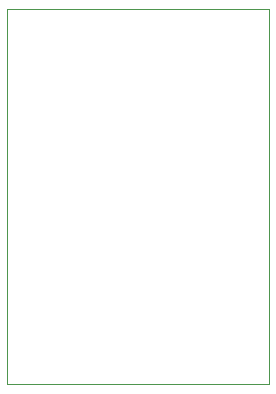
<source format=gm1>
G04 #@! TF.GenerationSoftware,KiCad,Pcbnew,(5.1.8)-1*
G04 #@! TF.CreationDate,2023-06-17T02:04:58+09:00*
G04 #@! TF.ProjectId,VGAFRJ45,56474146-524a-4343-952e-6b696361645f,rev?*
G04 #@! TF.SameCoordinates,PX9157080PY791ddc0*
G04 #@! TF.FileFunction,Profile,NP*
%FSLAX46Y46*%
G04 Gerber Fmt 4.6, Leading zero omitted, Abs format (unit mm)*
G04 Created by KiCad (PCBNEW (5.1.8)-1) date 2023-06-17 02:04:58*
%MOMM*%
%LPD*%
G01*
G04 APERTURE LIST*
G04 #@! TA.AperFunction,Profile*
%ADD10C,0.050000*%
G04 #@! TD*
G04 APERTURE END LIST*
D10*
X22225000Y0D02*
X0Y0D01*
X0Y31750000D02*
X0Y0D01*
X22225000Y31750000D02*
X0Y31750000D01*
X22225000Y0D02*
X22225000Y31750000D01*
M02*

</source>
